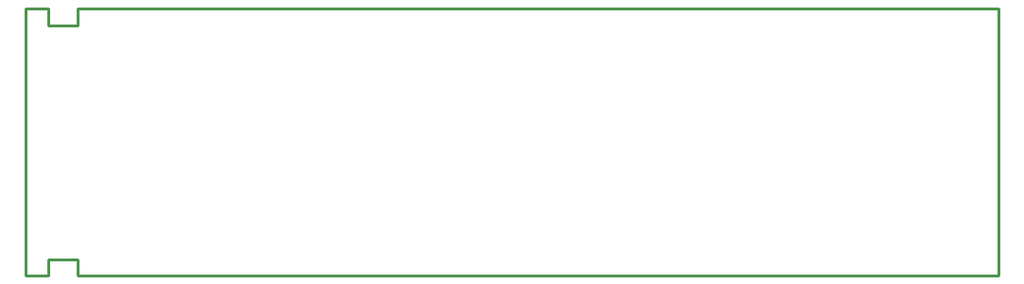
<source format=gko>
G04 EAGLE Gerber RS-274X export*
G75*
%MOMM*%
%FSLAX34Y34*%
%LPD*%
%INBoard Outline*%
%IPPOS*%
%AMOC8*
5,1,8,0,0,1.08239X$1,22.5*%
G01*
G04 Define Apertures*
%ADD10C,0.000000*%
%ADD11C,0.254000*%
D10*
X0Y5000D02*
X20000Y5000D01*
X46000Y5000D02*
X869825Y5000D01*
X869825Y245000D02*
X46000Y245000D01*
X20000Y245000D02*
X0Y245000D01*
X0Y5000D01*
X869825Y5000D02*
X869825Y245000D01*
X20000Y20000D02*
X20000Y5000D01*
X20000Y20000D02*
X46000Y20000D01*
X46000Y5000D01*
X20000Y230000D02*
X20000Y245000D01*
X20000Y230000D02*
X46000Y230000D01*
X46000Y245000D01*
D11*
X0Y5000D02*
X20000Y5000D01*
X20000Y20000D01*
X46000Y20000D01*
X46000Y5000D01*
X869825Y5000D01*
X869825Y245000D01*
X46000Y245000D01*
X46000Y230000D01*
X20000Y230000D01*
X20000Y245000D01*
X0Y245000D01*
X0Y5000D01*
M02*

</source>
